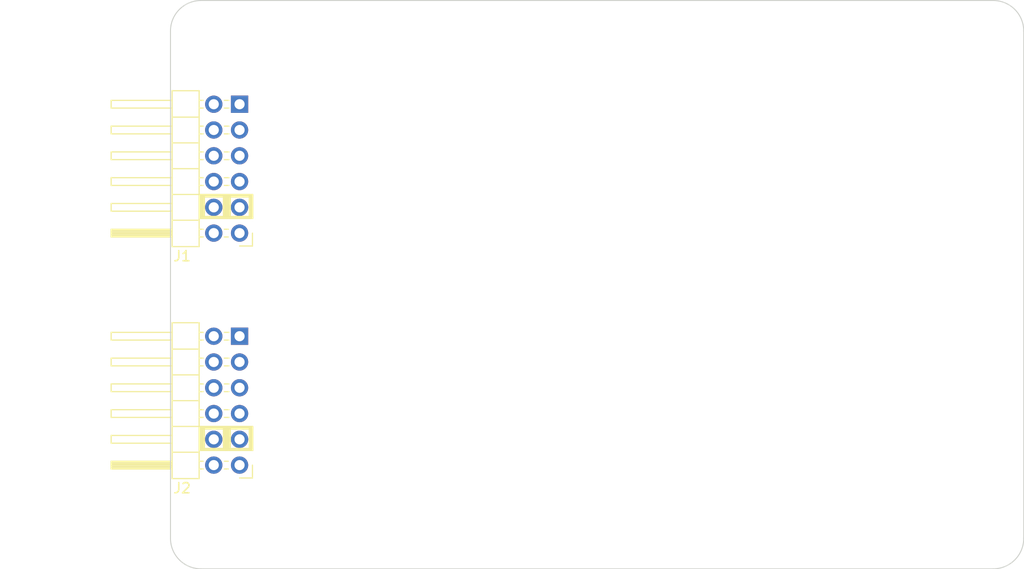
<source format=kicad_pcb>
(kicad_pcb (version 20221018) (generator pcbnew)
  (title_block (date "15 nov 2012"))
  (layers (0 "F.Cu" signal) (31 "B.Cu" signal) (34 "B.Paste" user) (35 "F.Paste" user) (36 "B.SilkS" user "B.Silkscreen") (37 "F.SilkS" user "F.Silkscreen") (38 "B.Mask" user) (39 "F.Mask" user) (44 "Edge.Cuts" user))
  (net 0 "")
  (footprint "MountingHole:MountingHole_2.7mm_M2.5" (layer "F.Cu") (at 180.5 47.5)
    (fp_text reference "MH2" hide)
    (fp_text value "MountingHole_2.7mm_M2.5" hide)
    (pad "" np_thru_hole circle locked (at 0 0) (size 2.7 2.7) (drill 2.7) (layers "*.Cu" "*.Mask"))
  )
  (footprint "MountingHole:MountingHole_2.7mm_M2.5" (layer "F.Cu") (at 103.5 96.5)
    (fp_text reference "MH3" hide)
    (fp_text value "MountingHole_2.7mm_M2.5" hide)
    (pad "" np_thru_hole circle locked (at 0 0) (size 2.7 2.7) (drill 2.7) (layers "*.Cu" "*.Mask"))
  )
  (footprint "MountingHole:MountingHole_2.7mm_M2.5" (layer "F.Cu") (at 103.5 47.5)
    (fp_text reference "MH1" hide)
    (fp_text value "MountingHole_2.7mm_M2.5" hide)
    (pad "" np_thru_hole circle locked (at 0 0) (size 2.7 2.7) (drill 2.7) (layers "*.Cu" "*.Mask"))
  )
  (footprint "pmod:PinHeader_2x06_P2.54mm_PMODPeriph2B" (layer "F.Cu") (at 106.8 89.78 180)
    (fp_text reference "J2" (at 5.655 -2.27) (layer "F.SilkS"))
    (fp_text value "10129382-912001BLF")
    (fp_line (start -1.27 -1.27) (end 0 -1.27) (stroke (width 0.12)) (layer "F.SilkS"))
    (fp_line (start -1.27 0) (end -1.27 -1.27) (stroke (width 0.12)) (layer "F.SilkS"))
    (fp_line (start -1.2 1.55) (end 3.85 1.55) (stroke (width 0.3)) (layer "F.SilkS"))
    (fp_line (start -1.2 3.65) (end 3.85 3.65) (stroke (width 0.3)) (layer "F.SilkS"))
    (fp_line (start -1.1 1.6) (end -1.1 3.6) (stroke (width 0.4)) (layer "F.SilkS"))
    (fp_line (start 1.042929 2.16) (end 1.497071 2.16) (stroke (width 0.12)) (layer "F.SilkS"))
    (fp_line (start 1.042929 2.92) (end 1.497071 2.92) (stroke (width 0.12)) (layer "F.SilkS"))
    (fp_line (start 1.042929 4.7) (end 1.497071 4.7) (stroke (width 0.12)) (layer "F.SilkS"))
    (fp_line (start 1.042929 5.46) (end 1.497071 5.46) (stroke (width 0.12)) (layer "F.SilkS"))
    (fp_line (start 1.042929 7.24) (end 1.497071 7.24) (stroke (width 0.12)) (layer "F.SilkS"))
    (fp_line (start 1.042929 8) (end 1.497071 8) (stroke (width 0.12)) (layer "F.SilkS"))
    (fp_line (start 1.042929 9.78) (end 1.497071 9.78) (stroke (width 0.12)) (layer "F.SilkS"))
    (fp_line (start 1.042929 10.54) (end 1.497071 10.54) (stroke (width 0.12)) (layer "F.SilkS"))
    (fp_line (start 1.042929 12.32) (end 1.497071 12.32) (stroke (width 0.12)) (layer "F.SilkS"))
    (fp_line (start 1.042929 13.08) (end 1.497071 13.08) (stroke (width 0.12)) (layer "F.SilkS"))
    (fp_line (start 1.11 -0.38) (end 1.497071 -0.38) (stroke (width 0.12)) (layer "F.SilkS"))
    (fp_line (start 1.11 0.38) (end 1.497071 0.38) (stroke (width 0.12)) (layer "F.SilkS"))
    (fp_line (start 1.25 1.8) (end 1.25 3.45) (stroke (width 0.8)) (layer "F.SilkS"))
    (fp_line (start 3.582929 -0.38) (end 3.98 -0.38) (stroke (width 0.12)) (layer "F.SilkS"))
    (fp_line (start 3.582929 0.38) (end 3.98 0.38) (stroke (width 0.12)) (layer "F.SilkS"))
    (fp_line (start 3.582929 2.16) (end 3.98 2.16) (stroke (width 0.12)) (layer "F.SilkS"))
    (fp_line (start 3.582929 2.92) (end 3.98 2.92) (stroke (width 0.12)) (layer "F.SilkS"))
    (fp_line (start 3.582929 4.7) (end 3.98 4.7) (stroke (width 0.12)) (layer "F.SilkS"))
    (fp_line (start 3.582929 5.46) (end 3.98 5.46) (stroke (width 0.12)) (layer "F.SilkS"))
    (fp_line (start 3.582929 7.24) (end 3.98 7.24) (stroke (width 0.12)) (layer "F.SilkS"))
    (fp_line (start 3.582929 8) (end 3.98 8) (stroke (width 0.12)) (layer "F.SilkS"))
    (fp_line (start 3.582929 9.78) (end 3.98 9.78) (stroke (width 0.12)) (layer "F.SilkS"))
    (fp_line (start 3.582929 10.54) (end 3.98 10.54) (stroke (width 0.12)) (layer "F.SilkS"))
    (fp_line (start 3.582929 12.32) (end 3.98 12.32) (stroke (width 0.12)) (layer "F.SilkS"))
    (fp_line (start 3.582929 13.08) (end 3.98 13.08) (stroke (width 0.12)) (layer "F.SilkS"))
    (fp_line (start 3.6 1.6) (end 3.6 3.6) (stroke (width 0.4)) (layer "F.SilkS"))
    (fp_line (start 3.75 1.6) (end 3.75 3.6) (stroke (width 0.4)) (layer "F.SilkS"))
    (fp_line (start 3.98 -1.33) (end 3.98 14.03) (stroke (width 0.12)) (layer "F.SilkS"))
    (fp_line (start 3.98 1.27) (end 6.64 1.27) (stroke (width 0.12)) (layer "F.SilkS"))
    (fp_line (start 3.98 3.81) (end 6.64 3.81) (stroke (width 0.12)) (layer "F.SilkS"))
    (fp_line (start 3.98 6.35) (end 6.64 6.35) (stroke (width 0.12)) (layer "F.SilkS"))
    (fp_line (start 3.98 8.89) (end 6.64 8.89) (stroke (width 0.12)) (layer "F.SilkS"))
    (fp_line (start 3.98 11.43) (end 6.64 11.43) (stroke (width 0.12)) (layer "F.SilkS"))
    (fp_line (start 3.98 14.03) (end 6.64 14.03) (stroke (width 0.12)) (layer "F.SilkS"))
    (fp_line (start 6.64 -1.33) (end 3.98 -1.33) (stroke (width 0.12)) (layer "F.SilkS"))
    (fp_line (start 6.64 -0.38) (end 12.64 -0.38) (stroke (width 0.12)) (layer "F.SilkS"))
    (fp_line (start 6.64 -0.32) (end 12.64 -0.32) (stroke (width 0.12)) (layer "F.SilkS"))
    (fp_line (start 6.64 -0.2) (end 12.64 -0.2) (stroke (width 0.12)) (layer "F.SilkS"))
    (fp_line (start 6.64 -0.08) (end 12.64 -0.08) (stroke (width 0.12)) (layer "F.SilkS"))
    (fp_line (start 6.64 0.04) (end 12.64 0.04) (stroke (width 0.12)) (layer "F.SilkS"))
    (fp_line (start 6.64 0.16) (end 12.64 0.16) (stroke (width 0.12)) (layer "F.SilkS"))
    (fp_line (start 6.64 0.28) (end 12.64 0.28) (stroke (width 0.12)) (layer "F.SilkS"))
    (fp_line (start 6.64 2.16) (end 12.64 2.16) (stroke (width 0.12)) (layer "F.SilkS"))
    (fp_line (start 6.64 4.7) (end 12.64 4.7) (stroke (width 0.12)) (layer "F.SilkS"))
    (fp_line (start 6.64 7.24) (end 12.64 7.24) (stroke (width 0.12)) (layer "F.SilkS"))
    (fp_line (start 6.64 9.78) (end 12.64 9.78) (stroke (width 0.12)) (layer "F.SilkS"))
    (fp_line (start 6.64 12.32) (end 12.64 12.32) (stroke (width 0.12)) (layer "F.SilkS"))
    (fp_line (start 6.64 14.03) (end 6.64 -1.33) (stroke (width 0.12)) (layer "F.SilkS"))
    (fp_line (start 12.64 -0.38) (end 12.64 0.38) (stroke (width 0.12)) (layer "F.SilkS"))
    (fp_line (start 12.64 0.38) (end 6.64 0.38) (stroke (width 0.12)) (layer "F.SilkS"))
    (fp_line (start 12.64 2.16) (end 12.64 2.92) (stroke (width 0.12)) (layer "F.SilkS"))
    (fp_line (start 12.64 2.92) (end 6.64 2.92) (stroke (width 0.12)) (layer "F.SilkS"))
    (fp_line (start 12.64 4.7) (end 12.64 5.46) (stroke (width 0.12)) (layer "F.SilkS"))
    (fp_line (start 12.64 5.46) (end 6.64 5.46) (stroke (width 0.12)) (layer "F.SilkS"))
    (fp_line (start 12.64 7.24) (end 12.64 8) (stroke (width 0.12)) (layer "F.SilkS"))
    (fp_line (start 12.64 8) (end 6.64 8) (stroke (width 0.12)) (layer "F.SilkS"))
    (fp_line (start 12.64 9.78) (end 12.64 10.54) (stroke (width 0.12)) (layer "F.SilkS"))
    (fp_line (start 12.64 10.54) (end 6.64 10.54) (stroke (width 0.12)) (layer "F.SilkS"))
    (fp_line (start 12.64 12.32) (end 12.64 13.08) (stroke (width 0.12)) (layer "F.SilkS"))
    (fp_line (start 12.64 13.08) (end 6.64 13.08) (stroke (width 0.12)) (layer "F.SilkS"))
    (fp_rect (start -1.3 1.45) (end 3.98 3.81) (stroke (width 0.12)) (fill none) (layer "F.SilkS"))
    (pad "1" thru_hole rect locked (at 0 12.7 180) (size 1.7 1.7) (drill 1) (layers "*.Cu" "*.Mask"))
    (pad "2" thru_hole oval locked (at 0 10.16 180) (size 1.7 1.7) (drill 1) (layers "*.Cu" "*.Mask"))
    (pad "3" thru_hole oval locked (at 0 7.62 180) (size 1.7 1.7) (drill 1) (layers "*.Cu" "*.Mask"))
    (pad "4" thru_hole oval locked (at 0 5.08 180) (size 1.7 1.7) (drill 1) (layers "*.Cu" "*.Mask"))
    (pad "5" thru_hole oval locked (at 0 2.54 180) (size 1.7 1.7) (drill 1) (layers "*.Cu" "*.Mask"))
    (pad "6" thru_hole circle locked (at 0 0 180) (size 1.7 1.7) (drill 1) (layers "*.Cu" "*.Mask"))
    (pad "7" thru_hole oval locked (at 2.54 12.7 180) (size 1.7 1.7) (drill 1) (layers "*.Cu" "*.Mask"))
    (pad "8" thru_hole oval locked (at 2.54 10.16 180) (size 1.7 1.7) (drill 1) (layers "*.Cu" "*.Mask"))
    (pad "9" thru_hole oval locked (at 2.54 7.62 180) (size 1.7 1.7) (drill 1) (layers "*.Cu" "*.Mask"))
    (pad "10" thru_hole oval locked (at 2.54 5.08 180) (size 1.7 1.7) (drill 1) (layers "*.Cu" "*.Mask"))
    (pad "11" thru_hole oval locked (at 2.54 2.54 180) (size 1.7 1.7) (drill 1) (layers "*.Cu" "*.Mask"))
    (pad "12" thru_hole oval locked (at 2.54 0 180) (size 1.7 1.7) (drill 1) (layers "*.Cu" "*.Mask"))
  )
  (footprint "MountingHole:MountingHole_2.7mm_M2.5" (layer "F.Cu") (at 180.5 96.5)
    (fp_text reference "MH4" hide)
    (fp_text value "MountingHole_2.7mm_M2.5" hide)
    (pad "" np_thru_hole circle locked (at 0 0) (size 2.7 2.7) (drill 2.7) (layers "*.Cu" "*.Mask"))
  )
  (footprint "pmod:PinHeader_2x06_P2.54mm_PMODPeriph2B" (layer "F.Cu") (at 106.8 66.92 180)
    (fp_text reference "J1" (at 5.655 -2.27) (layer "F.SilkS"))
    (fp_text value "10129382-912001BLF")
    (fp_line (start -1.27 -1.27) (end 0 -1.27) (stroke (width 0.12)) (layer "F.SilkS"))
    (fp_line (start -1.27 0) (end -1.27 -1.27) (stroke (width 0.12)) (layer "F.SilkS"))
    (fp_line (start -1.2 1.55) (end 3.85 1.55) (stroke (width 0.3)) (layer "F.SilkS"))
    (fp_line (start -1.2 3.65) (end 3.85 3.65) (stroke (width 0.3)) (layer "F.SilkS"))
    (fp_line (start -1.1 1.6) (end -1.1 3.6) (stroke (width 0.4)) (layer "F.SilkS"))
    (fp_line (start 1.042929 2.16) (end 1.497071 2.16) (stroke (width 0.12)) (layer "F.SilkS"))
    (fp_line (start 1.042929 2.92) (end 1.497071 2.92) (stroke (width 0.12)) (layer "F.SilkS"))
    (fp_line (start 1.042929 4.7) (end 1.497071 4.7) (stroke (width 0.12)) (layer "F.SilkS"))
    (fp_line (start 1.042929 5.46) (end 1.497071 5.46) (stroke (width 0.12)) (layer "F.SilkS"))
    (fp_line (start 1.042929 7.24) (end 1.497071 7.24) (stroke (width 0.12)) (layer "F.SilkS"))
    (fp_line (start 1.042929 8) (end 1.497071 8) (stroke (width 0.12)) (layer "F.SilkS"))
    (fp_line (start 1.042929 9.78) (end 1.497071 9.78) (stroke (width 0.12)) (layer "F.SilkS"))
    (fp_line (start 1.042929 10.54) (end 1.497071 10.54) (stroke (width 0.12)) (layer "F.SilkS"))
    (fp_line (start 1.042929 12.32) (end 1.497071 12.32) (stroke (width 0.12)) (layer "F.SilkS"))
    (fp_line (start 1.042929 13.08) (end 1.497071 13.08) (stroke (width 0.12)) (layer "F.SilkS"))
    (fp_line (start 1.11 -0.38) (end 1.497071 -0.38) (stroke (width 0.12)) (layer "F.SilkS"))
    (fp_line (start 1.11 0.38) (end 1.497071 0.38) (stroke (width 0.12)) (layer "F.SilkS"))
    (fp_line (start 1.25 1.8) (end 1.25 3.45) (stroke (width 0.8)) (layer "F.SilkS"))
    (fp_line (start 3.582929 -0.38) (end 3.98 -0.38) (stroke (width 0.12)) (layer "F.SilkS"))
    (fp_line (start 3.582929 0.38) (end 3.98 0.38) (stroke (width 0.12)) (layer "F.SilkS"))
    (fp_line (start 3.582929 2.16) (end 3.98 2.16) (stroke (width 0.12)) (layer "F.SilkS"))
    (fp_line (start 3.582929 2.92) (end 3.98 2.92) (stroke (width 0.12)) (layer "F.SilkS"))
    (fp_line (start 3.582929 4.7) (end 3.98 4.7) (stroke (width 0.12)) (layer "F.SilkS"))
    (fp_line (start 3.582929 5.46) (end 3.98 5.46) (stroke (width 0.12)) (layer "F.SilkS"))
    (fp_line (start 3.582929 7.24) (end 3.98 7.24) (stroke (width 0.12)) (layer "F.SilkS"))
    (fp_line (start 3.582929 8) (end 3.98 8) (stroke (width 0.12)) (layer "F.SilkS"))
    (fp_line (start 3.582929 9.78) (end 3.98 9.78) (stroke (width 0.12)) (layer "F.SilkS"))
    (fp_line (start 3.582929 10.54) (end 3.98 10.54) (stroke (width 0.12)) (layer "F.SilkS"))
    (fp_line (start 3.582929 12.32) (end 3.98 12.32) (stroke (width 0.12)) (layer "F.SilkS"))
    (fp_line (start 3.582929 13.08) (end 3.98 13.08) (stroke (width 0.12)) (layer "F.SilkS"))
    (fp_line (start 3.6 1.6) (end 3.6 3.6) (stroke (width 0.4)) (layer "F.SilkS"))
    (fp_line (start 3.75 1.6) (end 3.75 3.6) (stroke (width 0.4)) (layer "F.SilkS"))
    (fp_line (start 3.98 -1.33) (end 3.98 14.03) (stroke (width 0.12)) (layer "F.SilkS"))
    (fp_line (start 3.98 1.27) (end 6.64 1.27) (stroke (width 0.12)) (layer "F.SilkS"))
    (fp_line (start 3.98 3.81) (end 6.64 3.81) (stroke (width 0.12)) (layer "F.SilkS"))
    (fp_line (start 3.98 6.35) (end 6.64 6.35) (stroke (width 0.12)) (layer "F.SilkS"))
    (fp_line (start 3.98 8.89) (end 6.64 8.89) (stroke (width 0.12)) (layer "F.SilkS"))
    (fp_line (start 3.98 11.43) (end 6.64 11.43) (stroke (width 0.12)) (layer "F.SilkS"))
    (fp_line (start 3.98 14.03) (end 6.64 14.03) (stroke (width 0.12)) (layer "F.SilkS"))
    (fp_line (start 6.64 -1.33) (end 3.98 -1.33) (stroke (width 0.12)) (layer "F.SilkS"))
    (fp_line (start 6.64 -0.38) (end 12.64 -0.38) (stroke (width 0.12)) (layer "F.SilkS"))
    (fp_line (start 6.64 -0.32) (end 12.64 -0.32) (stroke (width 0.12)) (layer "F.SilkS"))
    (fp_line (start 6.64 -0.2) (end 12.64 -0.2) (stroke (width 0.12)) (layer "F.SilkS"))
    (fp_line (start 6.64 -0.08) (end 12.64 -0.08) (stroke (width 0.12)) (layer "F.SilkS"))
    (fp_line (start 6.64 0.04) (end 12.64 0.04) (stroke (width 0.12)) (layer "F.SilkS"))
    (fp_line (start 6.64 0.16) (end 12.64 0.16) (stroke (width 0.12)) (layer "F.SilkS"))
    (fp_line (start 6.64 0.28) (end 12.64 0.28) (stroke (width 0.12)) (layer "F.SilkS"))
    (fp_line (start 6.64 2.16) (end 12.64 2.16) (stroke (width 0.12)) (layer "F.SilkS"))
    (fp_line (start 6.64 4.7) (end 12.64 4.7) (stroke (width 0.12)) (layer "F.SilkS"))
    (fp_line (start 6.64 7.24) (end 12.64 7.24) (stroke (width 0.12)) (layer "F.SilkS"))
    (fp_line (start 6.64 9.78) (end 12.64 9.78) (stroke (width 0.12)) (layer "F.SilkS"))
    (fp_line (start 6.64 12.32) (end 12.64 12.32) (stroke (width 0.12)) (layer "F.SilkS"))
    (fp_line (start 6.64 14.03) (end 6.64 -1.33) (stroke (width 0.12)) (layer "F.SilkS"))
    (fp_line (start 12.64 -0.38) (end 12.64 0.38) (stroke (width 0.12)) (layer "F.SilkS"))
    (fp_line (start 12.64 0.38) (end 6.64 0.38) (stroke (width 0.12)) (layer "F.SilkS"))
    (fp_line (start 12.64 2.16) (end 12.64 2.92) (stroke (width 0.12)) (layer "F.SilkS"))
    (fp_line (start 12.64 2.92) (end 6.64 2.92) (stroke (width 0.12)) (layer "F.SilkS"))
    (fp_line (start 12.64 4.7) (end 12.64 5.46) (stroke (width 0.12)) (layer "F.SilkS"))
    (fp_line (start 12.64 5.46) (end 6.64 5.46) (stroke (width 0.12)) (layer "F.SilkS"))
    (fp_line (start 12.64 7.24) (end 12.64 8) (stroke (width 0.12)) (layer "F.SilkS"))
    (fp_line (start 12.64 8) (end 6.64 8) (stroke (width 0.12)) (layer "F.SilkS"))
    (fp_line (start 12.64 9.78) (end 12.64 10.54) (stroke (width 0.12)) (layer "F.SilkS"))
    (fp_line (start 12.64 10.54) (end 6.64 10.54) (stroke (width 0.12)) (layer "F.SilkS"))
    (fp_line (start 12.64 12.32) (end 12.64 13.08) (stroke (width 0.12)) (layer "F.SilkS"))
    (fp_line (start 12.64 13.08) (end 6.64 13.08) (stroke (width 0.12)) (layer "F.SilkS"))
    (fp_rect (start -1.3 1.45) (end 3.98 3.81) (stroke (width 0.12)) (fill none) (layer "F.SilkS"))
    (pad "1" thru_hole rect locked (at 0 12.7 180) (size 1.7 1.7) (drill 1) (layers "*.Cu" "*.Mask"))
    (pad "2" thru_hole oval locked (at 0 10.16 180) (size 1.7 1.7) (drill 1) (layers "*.Cu" "*.Mask"))
    (pad "3" thru_hole oval locked (at 0 7.62 180) (size 1.7 1.7) (drill 1) (layers "*.Cu" "*.Mask"))
    (pad "4" thru_hole oval locked (at 0 5.08 180) (size 1.7 1.7) (drill 1) (layers "*.Cu" "*.Mask"))
    (pad "5" thru_hole oval locked (at 0 2.54 180) (size 1.7 1.7) (drill 1) (layers "*.Cu" "*.Mask"))
    (pad "6" thru_hole circle locked (at 0 0 180) (size 1.7 1.7) (drill 1) (layers "*.Cu" "*.Mask"))
    (pad "7" thru_hole oval locked (at 2.54 12.7 180) (size 1.7 1.7) (drill 1) (layers "*.Cu" "*.Mask"))
    (pad "8" thru_hole oval locked (at 2.54 10.16 180) (size 1.7 1.7) (drill 1) (layers "*.Cu" "*.Mask"))
    (pad "9" thru_hole oval locked (at 2.54 7.62 180) (size 1.7 1.7) (drill 1) (layers "*.Cu" "*.Mask"))
    (pad "10" thru_hole oval locked (at 2.54 5.08 180) (size 1.7 1.7) (drill 1) (layers "*.Cu" "*.Mask"))
    (pad "11" thru_hole oval locked (at 2.54 2.54 180) (size 1.7 1.7) (drill 1) (layers "*.Cu" "*.Mask"))
    (pad "12" thru_hole oval locked (at 2.54 0 180) (size 1.7 1.7) (drill 1) (layers "*.Cu" "*.Mask"))
  )
  (gr_arc (start 181 44) (mid 183.12132 44.87868) (end 184 47) (stroke (width 0.1)) (layer "Edge.Cuts"))
  (gr_line (start 184 97) (end 184 47) (stroke (width 0.1)) (layer "Edge.Cuts"))
  (gr_line (start 100 47) (end 100 81) (stroke (width 0.1)) (layer "Edge.Cuts"))
  (gr_arc (start 103 100) (mid 100.87868 99.12132) (end 100 97) (stroke (width 0.1)) (layer "Edge.Cuts"))
  (gr_line (start 103 100) (end 181 100) (stroke (width 0.1)) (layer "Edge.Cuts"))
  (gr_arc (start 184 97) (mid 183.12132 99.12132) (end 181 100) (stroke (width 0.1)) (layer "Edge.Cuts"))
  (gr_arc (start 100 47) (mid 100.87868 44.87868) (end 103 44) (stroke (width 0.1)) (layer "Edge.Cuts"))
  (gr_line (start 100 81) (end 100 97) (stroke (width 0.1)) (layer "Edge.Cuts"))
  (gr_line (start 181 44) (end 103 44) (stroke (width 0.1)) (layer "Edge.Cuts"))
)
</source>
